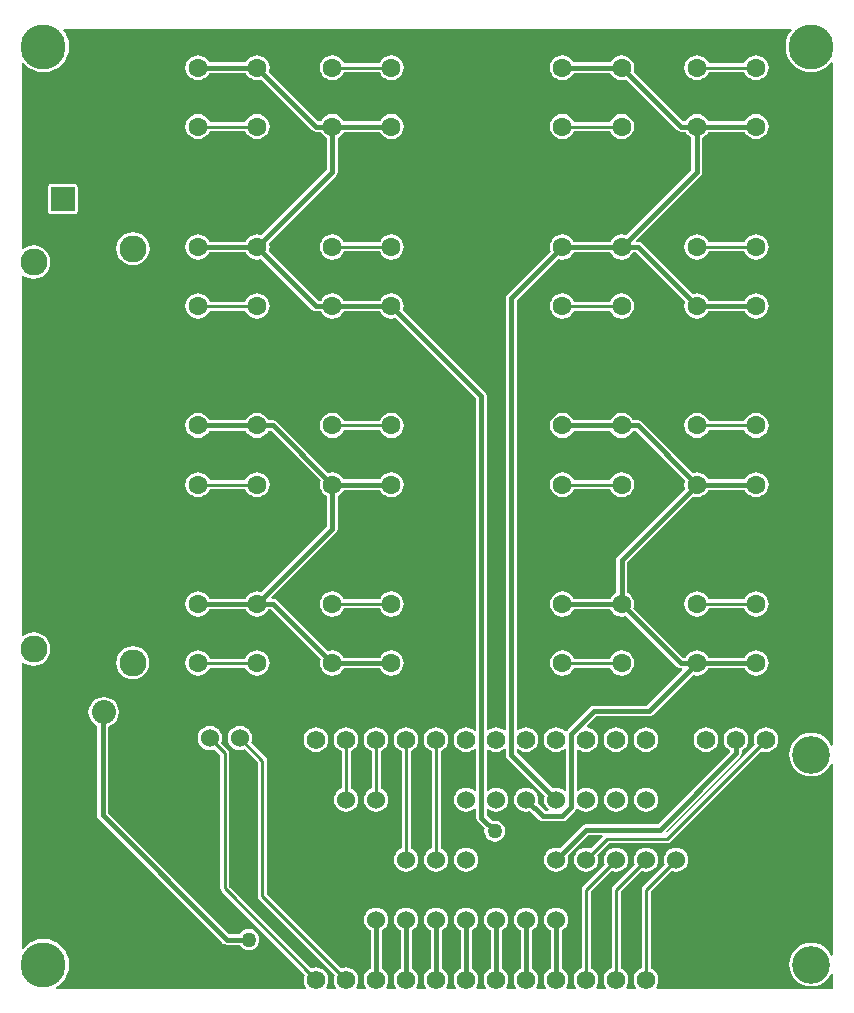
<source format=gbl>
G04 Layer_Physical_Order=2*
G04 Layer_Color=16711680*
%FSLAX23Y23*%
%MOIN*%
G70*
G01*
G75*
%ADD12C,0.010*%
%ADD13C,0.015*%
%ADD14C,0.062*%
%ADD15C,0.126*%
%ADD16C,0.060*%
%ADD17R,0.060X0.060*%
%ADD18C,0.063*%
%ADD19C,0.150*%
%ADD20C,0.090*%
%ADD21C,0.080*%
%ADD22R,0.080X0.080*%
%ADD23C,0.050*%
G36*
X4624Y6930D02*
X4618Y6922D01*
X4610Y6908D01*
X4605Y6892D01*
X4604Y6875D01*
X4605Y6858D01*
X4610Y6842D01*
X4618Y6828D01*
X4629Y6815D01*
X4642Y6804D01*
X4656Y6796D01*
X4672Y6791D01*
X4689Y6790D01*
X4706Y6791D01*
X4722Y6796D01*
X4736Y6804D01*
X4749Y6815D01*
X4756Y6822D01*
X4761Y6821D01*
Y4546D01*
X4756Y4545D01*
X4750Y4556D01*
X4741Y4567D01*
X4730Y4576D01*
X4717Y4583D01*
X4703Y4587D01*
X4689Y4588D01*
X4675Y4587D01*
X4661Y4583D01*
X4648Y4576D01*
X4637Y4567D01*
X4628Y4556D01*
X4621Y4543D01*
X4617Y4529D01*
X4616Y4515D01*
X4617Y4501D01*
X4621Y4487D01*
X4628Y4474D01*
X4637Y4463D01*
X4648Y4454D01*
X4661Y4447D01*
X4675Y4443D01*
X4689Y4442D01*
X4703Y4443D01*
X4717Y4447D01*
X4730Y4454D01*
X4741Y4463D01*
X4750Y4474D01*
X4756Y4485D01*
X4761Y4484D01*
Y3846D01*
X4756Y3845D01*
X4750Y3856D01*
X4741Y3867D01*
X4730Y3876D01*
X4717Y3883D01*
X4703Y3887D01*
X4689Y3888D01*
X4675Y3887D01*
X4661Y3883D01*
X4648Y3876D01*
X4637Y3867D01*
X4628Y3856D01*
X4621Y3843D01*
X4617Y3829D01*
X4616Y3815D01*
X4617Y3801D01*
X4621Y3787D01*
X4628Y3774D01*
X4637Y3763D01*
X4648Y3754D01*
X4661Y3747D01*
X4675Y3743D01*
X4689Y3742D01*
X4703Y3743D01*
X4717Y3747D01*
X4730Y3754D01*
X4741Y3763D01*
X4750Y3774D01*
X4756Y3785D01*
X4761Y3784D01*
Y3735D01*
X4174D01*
X4172Y3740D01*
X4175Y3744D01*
X4179Y3754D01*
X4180Y3765D01*
X4179Y3776D01*
X4175Y3786D01*
X4168Y3794D01*
X4160Y3801D01*
X4154Y3803D01*
Y4059D01*
X4224Y4128D01*
X4229Y4126D01*
X4239Y4125D01*
X4249Y4126D01*
X4259Y4130D01*
X4268Y4136D01*
X4274Y4145D01*
X4278Y4155D01*
X4279Y4165D01*
X4278Y4175D01*
X4274Y4185D01*
X4268Y4194D01*
X4259Y4200D01*
X4249Y4204D01*
X4239Y4205D01*
X4229Y4204D01*
X4219Y4200D01*
X4210Y4194D01*
X4204Y4185D01*
X4200Y4175D01*
X4199Y4165D01*
X4200Y4155D01*
X4202Y4150D01*
X4128Y4076D01*
X4125Y4071D01*
X4124Y4065D01*
Y3803D01*
X4118Y3801D01*
X4110Y3794D01*
X4103Y3786D01*
X4099Y3776D01*
X4098Y3765D01*
X4099Y3754D01*
X4103Y3744D01*
X4106Y3740D01*
X4104Y3735D01*
X4074D01*
X4072Y3740D01*
X4075Y3744D01*
X4079Y3754D01*
X4080Y3765D01*
X4079Y3776D01*
X4075Y3786D01*
X4068Y3794D01*
X4060Y3801D01*
X4054Y3803D01*
Y4059D01*
X4124Y4128D01*
X4129Y4126D01*
X4139Y4125D01*
X4149Y4126D01*
X4159Y4130D01*
X4168Y4136D01*
X4174Y4145D01*
X4178Y4155D01*
X4179Y4165D01*
X4178Y4175D01*
X4174Y4185D01*
X4168Y4194D01*
X4159Y4200D01*
X4149Y4204D01*
X4139Y4205D01*
X4129Y4204D01*
X4119Y4200D01*
X4110Y4194D01*
X4104Y4185D01*
X4100Y4175D01*
X4099Y4165D01*
X4100Y4155D01*
X4102Y4150D01*
X4028Y4076D01*
X4025Y4071D01*
X4024Y4065D01*
Y3803D01*
X4018Y3801D01*
X4010Y3794D01*
X4003Y3786D01*
X3999Y3776D01*
X3998Y3765D01*
X3999Y3754D01*
X4003Y3744D01*
X4006Y3740D01*
X4004Y3735D01*
X3974D01*
X3972Y3740D01*
X3975Y3744D01*
X3979Y3754D01*
X3980Y3765D01*
X3979Y3776D01*
X3975Y3786D01*
X3968Y3794D01*
X3960Y3801D01*
X3954Y3803D01*
Y4059D01*
X4024Y4128D01*
X4029Y4126D01*
X4039Y4125D01*
X4049Y4126D01*
X4059Y4130D01*
X4068Y4136D01*
X4074Y4145D01*
X4078Y4155D01*
X4079Y4165D01*
X4078Y4175D01*
X4074Y4185D01*
X4068Y4194D01*
X4059Y4200D01*
X4049Y4204D01*
X4039Y4205D01*
X4029Y4204D01*
X4019Y4200D01*
X4010Y4194D01*
X4004Y4185D01*
X4000Y4175D01*
X3999Y4165D01*
X4000Y4155D01*
X4002Y4150D01*
X3928Y4076D01*
X3925Y4071D01*
X3924Y4065D01*
Y3803D01*
X3918Y3801D01*
X3910Y3794D01*
X3903Y3786D01*
X3899Y3776D01*
X3898Y3765D01*
X3899Y3754D01*
X3903Y3744D01*
X3906Y3740D01*
X3904Y3735D01*
X3874D01*
X3872Y3740D01*
X3875Y3744D01*
X3879Y3754D01*
X3880Y3765D01*
X3879Y3776D01*
X3875Y3786D01*
X3868Y3794D01*
X3860Y3801D01*
X3857Y3802D01*
Y3929D01*
X3859Y3930D01*
X3868Y3936D01*
X3874Y3945D01*
X3878Y3955D01*
X3879Y3965D01*
X3878Y3975D01*
X3874Y3985D01*
X3868Y3994D01*
X3859Y4000D01*
X3849Y4004D01*
X3839Y4005D01*
X3829Y4004D01*
X3819Y4000D01*
X3810Y3994D01*
X3804Y3985D01*
X3800Y3975D01*
X3799Y3965D01*
X3800Y3955D01*
X3804Y3945D01*
X3810Y3936D01*
X3819Y3930D01*
X3821Y3929D01*
Y3802D01*
X3818Y3801D01*
X3810Y3794D01*
X3803Y3786D01*
X3799Y3776D01*
X3798Y3765D01*
X3799Y3754D01*
X3803Y3744D01*
X3806Y3740D01*
X3804Y3735D01*
X3774D01*
X3772Y3740D01*
X3775Y3744D01*
X3779Y3754D01*
X3780Y3765D01*
X3779Y3776D01*
X3775Y3786D01*
X3768Y3794D01*
X3760Y3801D01*
X3757Y3802D01*
Y3929D01*
X3759Y3930D01*
X3768Y3936D01*
X3774Y3945D01*
X3778Y3955D01*
X3779Y3965D01*
X3778Y3975D01*
X3774Y3985D01*
X3768Y3994D01*
X3759Y4000D01*
X3749Y4004D01*
X3739Y4005D01*
X3729Y4004D01*
X3719Y4000D01*
X3710Y3994D01*
X3704Y3985D01*
X3700Y3975D01*
X3699Y3965D01*
X3700Y3955D01*
X3704Y3945D01*
X3710Y3936D01*
X3719Y3930D01*
X3721Y3929D01*
Y3802D01*
X3718Y3801D01*
X3710Y3794D01*
X3703Y3786D01*
X3699Y3776D01*
X3698Y3765D01*
X3699Y3754D01*
X3703Y3744D01*
X3706Y3740D01*
X3704Y3735D01*
X3674D01*
X3672Y3740D01*
X3675Y3744D01*
X3679Y3754D01*
X3680Y3765D01*
X3679Y3776D01*
X3675Y3786D01*
X3668Y3794D01*
X3660Y3801D01*
X3657Y3802D01*
Y3929D01*
X3659Y3930D01*
X3668Y3936D01*
X3674Y3945D01*
X3678Y3955D01*
X3679Y3965D01*
X3678Y3975D01*
X3674Y3985D01*
X3668Y3994D01*
X3659Y4000D01*
X3649Y4004D01*
X3639Y4005D01*
X3629Y4004D01*
X3619Y4000D01*
X3610Y3994D01*
X3604Y3985D01*
X3600Y3975D01*
X3599Y3965D01*
X3600Y3955D01*
X3604Y3945D01*
X3610Y3936D01*
X3619Y3930D01*
X3621Y3929D01*
Y3802D01*
X3618Y3801D01*
X3610Y3794D01*
X3603Y3786D01*
X3599Y3776D01*
X3598Y3765D01*
X3599Y3754D01*
X3603Y3744D01*
X3606Y3740D01*
X3604Y3735D01*
X3574D01*
X3572Y3740D01*
X3575Y3744D01*
X3579Y3754D01*
X3580Y3765D01*
X3579Y3776D01*
X3575Y3786D01*
X3568Y3794D01*
X3560Y3801D01*
X3557Y3802D01*
Y3929D01*
X3559Y3930D01*
X3568Y3936D01*
X3574Y3945D01*
X3578Y3955D01*
X3579Y3965D01*
X3578Y3975D01*
X3574Y3985D01*
X3568Y3994D01*
X3559Y4000D01*
X3549Y4004D01*
X3539Y4005D01*
X3529Y4004D01*
X3519Y4000D01*
X3510Y3994D01*
X3504Y3985D01*
X3500Y3975D01*
X3499Y3965D01*
X3500Y3955D01*
X3504Y3945D01*
X3510Y3936D01*
X3519Y3930D01*
X3521Y3929D01*
Y3802D01*
X3518Y3801D01*
X3510Y3794D01*
X3503Y3786D01*
X3499Y3776D01*
X3498Y3765D01*
X3499Y3754D01*
X3503Y3744D01*
X3506Y3740D01*
X3504Y3735D01*
X3474D01*
X3472Y3740D01*
X3475Y3744D01*
X3479Y3754D01*
X3480Y3765D01*
X3479Y3776D01*
X3475Y3786D01*
X3468Y3794D01*
X3460Y3801D01*
X3457Y3802D01*
Y3929D01*
X3459Y3930D01*
X3468Y3936D01*
X3474Y3945D01*
X3478Y3955D01*
X3479Y3965D01*
X3478Y3975D01*
X3474Y3985D01*
X3468Y3994D01*
X3459Y4000D01*
X3449Y4004D01*
X3439Y4005D01*
X3429Y4004D01*
X3419Y4000D01*
X3410Y3994D01*
X3404Y3985D01*
X3400Y3975D01*
X3399Y3965D01*
X3400Y3955D01*
X3404Y3945D01*
X3410Y3936D01*
X3419Y3930D01*
X3421Y3929D01*
Y3802D01*
X3418Y3801D01*
X3410Y3794D01*
X3403Y3786D01*
X3399Y3776D01*
X3398Y3765D01*
X3399Y3754D01*
X3403Y3744D01*
X3406Y3740D01*
X3404Y3735D01*
X3374D01*
X3372Y3740D01*
X3375Y3744D01*
X3379Y3754D01*
X3380Y3765D01*
X3379Y3776D01*
X3375Y3786D01*
X3368Y3794D01*
X3360Y3801D01*
X3357Y3802D01*
Y3929D01*
X3359Y3930D01*
X3368Y3936D01*
X3374Y3945D01*
X3378Y3955D01*
X3379Y3965D01*
X3378Y3975D01*
X3374Y3985D01*
X3368Y3994D01*
X3359Y4000D01*
X3349Y4004D01*
X3339Y4005D01*
X3329Y4004D01*
X3319Y4000D01*
X3310Y3994D01*
X3304Y3985D01*
X3300Y3975D01*
X3299Y3965D01*
X3300Y3955D01*
X3304Y3945D01*
X3310Y3936D01*
X3319Y3930D01*
X3321Y3929D01*
Y3802D01*
X3318Y3801D01*
X3310Y3794D01*
X3303Y3786D01*
X3299Y3776D01*
X3298Y3765D01*
X3299Y3754D01*
X3303Y3744D01*
X3306Y3740D01*
X3304Y3735D01*
X3274D01*
X3272Y3740D01*
X3275Y3744D01*
X3279Y3754D01*
X3280Y3765D01*
X3279Y3776D01*
X3275Y3786D01*
X3268Y3794D01*
X3260Y3801D01*
X3257Y3802D01*
Y3929D01*
X3259Y3930D01*
X3268Y3936D01*
X3274Y3945D01*
X3278Y3955D01*
X3279Y3965D01*
X3278Y3975D01*
X3274Y3985D01*
X3268Y3994D01*
X3259Y4000D01*
X3249Y4004D01*
X3239Y4005D01*
X3229Y4004D01*
X3219Y4000D01*
X3210Y3994D01*
X3204Y3985D01*
X3200Y3975D01*
X3199Y3965D01*
X3200Y3955D01*
X3204Y3945D01*
X3210Y3936D01*
X3219Y3930D01*
X3221Y3929D01*
Y3802D01*
X3218Y3801D01*
X3210Y3794D01*
X3203Y3786D01*
X3199Y3776D01*
X3198Y3765D01*
X3199Y3754D01*
X3203Y3744D01*
X3206Y3740D01*
X3204Y3735D01*
X3174D01*
X3172Y3740D01*
X3175Y3744D01*
X3179Y3754D01*
X3180Y3765D01*
X3179Y3776D01*
X3175Y3786D01*
X3168Y3794D01*
X3160Y3801D01*
X3150Y3805D01*
X3139Y3806D01*
X3128Y3805D01*
X3123Y3803D01*
X2875Y4050D01*
Y4495D01*
X2874Y4501D01*
X2871Y4506D01*
X2822Y4555D01*
X2824Y4560D01*
X2825Y4570D01*
X2824Y4580D01*
X2820Y4590D01*
X2814Y4599D01*
X2805Y4605D01*
X2795Y4609D01*
X2785Y4610D01*
X2775Y4609D01*
X2765Y4605D01*
X2756Y4599D01*
X2750Y4590D01*
X2746Y4580D01*
X2745Y4570D01*
X2746Y4560D01*
X2750Y4550D01*
X2756Y4541D01*
X2765Y4535D01*
X2775Y4531D01*
X2785Y4530D01*
X2795Y4531D01*
X2800Y4533D01*
X2845Y4489D01*
Y4044D01*
X2846Y4038D01*
X2849Y4033D01*
X3101Y3781D01*
X3099Y3776D01*
X3098Y3765D01*
X3099Y3754D01*
X3103Y3744D01*
X3106Y3740D01*
X3104Y3735D01*
X3074D01*
X3072Y3740D01*
X3075Y3744D01*
X3079Y3754D01*
X3080Y3765D01*
X3079Y3776D01*
X3075Y3786D01*
X3068Y3794D01*
X3060Y3801D01*
X3050Y3805D01*
X3039Y3806D01*
X3028Y3805D01*
X3023Y3803D01*
X2750Y4075D01*
Y4520D01*
X2749Y4526D01*
X2746Y4531D01*
X2722Y4555D01*
X2724Y4560D01*
X2725Y4570D01*
X2724Y4580D01*
X2720Y4590D01*
X2714Y4599D01*
X2705Y4605D01*
X2695Y4609D01*
X2685Y4610D01*
X2675Y4609D01*
X2665Y4605D01*
X2656Y4599D01*
X2650Y4590D01*
X2646Y4580D01*
X2645Y4570D01*
X2646Y4560D01*
X2650Y4550D01*
X2656Y4541D01*
X2665Y4535D01*
X2675Y4531D01*
X2685Y4530D01*
X2695Y4531D01*
X2700Y4533D01*
X2720Y4514D01*
Y4069D01*
X2721Y4063D01*
X2724Y4058D01*
X3001Y3781D01*
X2999Y3776D01*
X2998Y3765D01*
X2999Y3754D01*
X3003Y3744D01*
X3006Y3740D01*
X3004Y3735D01*
X2172D01*
X2171Y3740D01*
X2177Y3744D01*
X2190Y3755D01*
X2201Y3768D01*
X2209Y3782D01*
X2214Y3798D01*
X2215Y3815D01*
X2214Y3832D01*
X2209Y3848D01*
X2201Y3862D01*
X2190Y3875D01*
X2177Y3886D01*
X2163Y3894D01*
X2147Y3899D01*
X2130Y3900D01*
X2113Y3899D01*
X2097Y3894D01*
X2083Y3886D01*
X2070Y3875D01*
X2063Y3868D01*
X2058Y3869D01*
Y4821D01*
X2063Y4823D01*
X2070Y4818D01*
X2083Y4813D01*
X2098Y4811D01*
X2112Y4813D01*
X2125Y4818D01*
X2137Y4827D01*
X2146Y4839D01*
X2151Y4852D01*
X2153Y4866D01*
X2151Y4881D01*
X2146Y4894D01*
X2137Y4906D01*
X2125Y4915D01*
X2112Y4920D01*
X2098Y4922D01*
X2083Y4920D01*
X2070Y4915D01*
X2063Y4910D01*
X2058Y4912D01*
Y6111D01*
X2063Y6113D01*
X2070Y6108D01*
X2083Y6103D01*
X2098Y6101D01*
X2112Y6103D01*
X2125Y6108D01*
X2137Y6117D01*
X2146Y6128D01*
X2151Y6142D01*
X2153Y6156D01*
X2151Y6171D01*
X2146Y6184D01*
X2137Y6195D01*
X2125Y6204D01*
X2112Y6210D01*
X2098Y6212D01*
X2083Y6210D01*
X2070Y6204D01*
X2063Y6199D01*
X2058Y6202D01*
Y6821D01*
X2063Y6822D01*
X2070Y6815D01*
X2083Y6804D01*
X2097Y6796D01*
X2113Y6791D01*
X2130Y6790D01*
X2147Y6791D01*
X2163Y6796D01*
X2177Y6804D01*
X2190Y6815D01*
X2201Y6828D01*
X2209Y6842D01*
X2214Y6858D01*
X2215Y6875D01*
X2214Y6892D01*
X2209Y6908D01*
X2201Y6922D01*
X2195Y6930D01*
X2197Y6935D01*
X4622D01*
X4624Y6930D01*
D02*
G37*
%LPC*%
G36*
X4339Y4606D02*
X4328Y4605D01*
X4318Y4601D01*
X4310Y4594D01*
X4303Y4586D01*
X4299Y4576D01*
X4298Y4565D01*
X4299Y4554D01*
X4303Y4544D01*
X4310Y4536D01*
X4318Y4529D01*
X4328Y4525D01*
X4339Y4524D01*
X4350Y4525D01*
X4360Y4529D01*
X4368Y4536D01*
X4375Y4544D01*
X4379Y4554D01*
X4380Y4565D01*
X4379Y4576D01*
X4375Y4586D01*
X4368Y4594D01*
X4360Y4601D01*
X4350Y4605D01*
X4339Y4606D01*
D02*
G37*
G36*
X4139D02*
X4128Y4605D01*
X4118Y4601D01*
X4110Y4594D01*
X4103Y4586D01*
X4099Y4576D01*
X4098Y4565D01*
X4099Y4554D01*
X4103Y4544D01*
X4110Y4536D01*
X4118Y4529D01*
X4128Y4525D01*
X4139Y4524D01*
X4150Y4525D01*
X4160Y4529D01*
X4168Y4536D01*
X4175Y4544D01*
X4179Y4554D01*
X4180Y4565D01*
X4179Y4576D01*
X4175Y4586D01*
X4168Y4594D01*
X4160Y4601D01*
X4150Y4605D01*
X4139Y4606D01*
D02*
G37*
G36*
X3039D02*
X3028Y4605D01*
X3018Y4601D01*
X3010Y4594D01*
X3003Y4586D01*
X2999Y4576D01*
X2998Y4565D01*
X2999Y4554D01*
X3003Y4544D01*
X3010Y4536D01*
X3018Y4529D01*
X3028Y4525D01*
X3039Y4524D01*
X3050Y4525D01*
X3060Y4529D01*
X3068Y4536D01*
X3075Y4544D01*
X3079Y4554D01*
X3080Y4565D01*
X3079Y4576D01*
X3075Y4586D01*
X3068Y4594D01*
X3060Y4601D01*
X3050Y4605D01*
X3039Y4606D01*
D02*
G37*
G36*
X4039D02*
X4028Y4605D01*
X4018Y4601D01*
X4010Y4594D01*
X4003Y4586D01*
X3999Y4576D01*
X3998Y4565D01*
X3999Y4554D01*
X4003Y4544D01*
X4010Y4536D01*
X4018Y4529D01*
X4028Y4525D01*
X4039Y4524D01*
X4050Y4525D01*
X4060Y4529D01*
X4068Y4536D01*
X4075Y4544D01*
X4079Y4554D01*
X4080Y4565D01*
X4079Y4576D01*
X4075Y4586D01*
X4068Y4594D01*
X4060Y4601D01*
X4050Y4605D01*
X4039Y4606D01*
D02*
G37*
G36*
X4057Y4862D02*
X4046Y4860D01*
X4036Y4856D01*
X4027Y4850D01*
X4021Y4841D01*
X4018Y4835D01*
X3899D01*
X3896Y4841D01*
X3890Y4850D01*
X3881Y4856D01*
X3871Y4860D01*
X3860Y4862D01*
X3849Y4860D01*
X3839Y4856D01*
X3831Y4850D01*
X3824Y4841D01*
X3820Y4831D01*
X3818Y4820D01*
X3820Y4809D01*
X3824Y4799D01*
X3831Y4790D01*
X3839Y4784D01*
X3849Y4780D01*
X3860Y4778D01*
X3871Y4780D01*
X3881Y4784D01*
X3890Y4790D01*
X3896Y4799D01*
X3899Y4805D01*
X4018D01*
X4021Y4799D01*
X4027Y4790D01*
X4036Y4784D01*
X4046Y4780D01*
X4057Y4778D01*
X4068Y4780D01*
X4078Y4784D01*
X4087Y4790D01*
X4093Y4799D01*
X4097Y4809D01*
X4099Y4820D01*
X4097Y4831D01*
X4093Y4841D01*
X4087Y4850D01*
X4078Y4856D01*
X4068Y4860D01*
X4057Y4862D01*
D02*
G37*
G36*
X3290Y5059D02*
X3279Y5057D01*
X3269Y5053D01*
X3260Y5046D01*
X3254Y5038D01*
X3251Y5032D01*
X3132D01*
X3129Y5038D01*
X3123Y5046D01*
X3114Y5053D01*
X3104Y5057D01*
X3093Y5059D01*
X3082Y5057D01*
X3072Y5053D01*
X3063Y5046D01*
X3057Y5038D01*
X3053Y5028D01*
X3051Y5017D01*
X3053Y5006D01*
X3057Y4996D01*
X3063Y4987D01*
X3072Y4981D01*
X3082Y4976D01*
X3093Y4975D01*
X3104Y4976D01*
X3114Y4981D01*
X3123Y4987D01*
X3129Y4996D01*
X3132Y5002D01*
X3251D01*
X3254Y4996D01*
X3260Y4987D01*
X3269Y4981D01*
X3279Y4976D01*
X3290Y4975D01*
X3301Y4976D01*
X3311Y4981D01*
X3319Y4987D01*
X3326Y4996D01*
X3330Y5006D01*
X3332Y5017D01*
X3330Y5028D01*
X3326Y5038D01*
X3319Y5046D01*
X3311Y5053D01*
X3301Y5057D01*
X3290Y5059D01*
D02*
G37*
G36*
X2428Y4876D02*
X2414Y4875D01*
X2400Y4869D01*
X2389Y4860D01*
X2380Y4849D01*
X2374Y4835D01*
X2373Y4821D01*
X2374Y4807D01*
X2380Y4793D01*
X2389Y4782D01*
X2400Y4773D01*
X2414Y4767D01*
X2428Y4766D01*
X2442Y4767D01*
X2456Y4773D01*
X2467Y4782D01*
X2476Y4793D01*
X2482Y4807D01*
X2483Y4821D01*
X2482Y4835D01*
X2476Y4849D01*
X2467Y4860D01*
X2456Y4869D01*
X2442Y4875D01*
X2428Y4876D01*
D02*
G37*
G36*
X2842Y4862D02*
X2831Y4860D01*
X2821Y4856D01*
X2812Y4850D01*
X2806Y4841D01*
X2803Y4835D01*
X2684D01*
X2681Y4841D01*
X2675Y4850D01*
X2666Y4856D01*
X2656Y4860D01*
X2645Y4862D01*
X2634Y4860D01*
X2624Y4856D01*
X2616Y4850D01*
X2609Y4841D01*
X2605Y4831D01*
X2603Y4820D01*
X2605Y4809D01*
X2609Y4799D01*
X2616Y4790D01*
X2624Y4784D01*
X2634Y4780D01*
X2645Y4778D01*
X2656Y4780D01*
X2666Y4784D01*
X2675Y4790D01*
X2681Y4799D01*
X2684Y4805D01*
X2803D01*
X2806Y4799D01*
X2812Y4790D01*
X2821Y4784D01*
X2831Y4780D01*
X2842Y4778D01*
X2853Y4780D01*
X2863Y4784D01*
X2872Y4790D01*
X2878Y4799D01*
X2882Y4809D01*
X2884Y4820D01*
X2882Y4831D01*
X2878Y4841D01*
X2872Y4850D01*
X2863Y4856D01*
X2853Y4860D01*
X2842Y4862D01*
D02*
G37*
G36*
X4139Y4405D02*
X4129Y4404D01*
X4119Y4400D01*
X4110Y4394D01*
X4104Y4385D01*
X4100Y4375D01*
X4099Y4365D01*
X4100Y4355D01*
X4104Y4345D01*
X4110Y4336D01*
X4119Y4330D01*
X4129Y4326D01*
X4139Y4325D01*
X4149Y4326D01*
X4159Y4330D01*
X4168Y4336D01*
X4174Y4345D01*
X4178Y4355D01*
X4179Y4365D01*
X4178Y4375D01*
X4174Y4385D01*
X4168Y4394D01*
X4159Y4400D01*
X4149Y4404D01*
X4139Y4405D01*
D02*
G37*
G36*
X3439Y4606D02*
X3428Y4605D01*
X3418Y4601D01*
X3410Y4594D01*
X3403Y4586D01*
X3399Y4576D01*
X3398Y4565D01*
X3399Y4554D01*
X3403Y4544D01*
X3410Y4536D01*
X3418Y4529D01*
X3424Y4527D01*
Y4202D01*
X3419Y4200D01*
X3410Y4194D01*
X3404Y4185D01*
X3400Y4175D01*
X3399Y4165D01*
X3400Y4155D01*
X3404Y4145D01*
X3410Y4136D01*
X3419Y4130D01*
X3429Y4126D01*
X3439Y4125D01*
X3449Y4126D01*
X3459Y4130D01*
X3468Y4136D01*
X3474Y4145D01*
X3478Y4155D01*
X3479Y4165D01*
X3478Y4175D01*
X3474Y4185D01*
X3468Y4194D01*
X3459Y4200D01*
X3454Y4202D01*
Y4527D01*
X3460Y4529D01*
X3468Y4536D01*
X3475Y4544D01*
X3479Y4554D01*
X3480Y4565D01*
X3479Y4576D01*
X3475Y4586D01*
X3468Y4594D01*
X3460Y4601D01*
X3450Y4605D01*
X3439Y4606D01*
D02*
G37*
G36*
X3539Y4205D02*
X3529Y4204D01*
X3519Y4200D01*
X3510Y4194D01*
X3504Y4185D01*
X3500Y4175D01*
X3499Y4165D01*
X3500Y4155D01*
X3504Y4145D01*
X3510Y4136D01*
X3519Y4130D01*
X3529Y4126D01*
X3539Y4125D01*
X3549Y4126D01*
X3559Y4130D01*
X3568Y4136D01*
X3574Y4145D01*
X3578Y4155D01*
X3579Y4165D01*
X3578Y4175D01*
X3574Y4185D01*
X3568Y4194D01*
X3559Y4200D01*
X3549Y4204D01*
X3539Y4205D01*
D02*
G37*
G36*
X2331Y4706D02*
X2318Y4705D01*
X2306Y4700D01*
X2295Y4692D01*
X2287Y4681D01*
X2282Y4669D01*
X2280Y4656D01*
X2282Y4643D01*
X2287Y4631D01*
X2295Y4620D01*
X2306Y4612D01*
X2309Y4611D01*
Y4313D01*
X2310Y4306D01*
X2314Y4301D01*
X2729Y3885D01*
X2729Y3885D01*
X2735Y3882D01*
X2742Y3880D01*
X2785D01*
X2790Y3873D01*
X2797Y3867D01*
X2806Y3864D01*
X2815Y3863D01*
X2824Y3864D01*
X2833Y3867D01*
X2840Y3873D01*
X2846Y3880D01*
X2849Y3889D01*
X2850Y3898D01*
X2849Y3907D01*
X2846Y3916D01*
X2840Y3923D01*
X2833Y3929D01*
X2824Y3932D01*
X2815Y3933D01*
X2806Y3932D01*
X2797Y3929D01*
X2790Y3923D01*
X2785Y3916D01*
X2749D01*
X2345Y4321D01*
Y4608D01*
X2356Y4612D01*
X2367Y4620D01*
X2375Y4631D01*
X2380Y4643D01*
X2381Y4656D01*
X2380Y4669D01*
X2375Y4681D01*
X2367Y4692D01*
X2356Y4700D01*
X2344Y4705D01*
X2331Y4706D01*
D02*
G37*
G36*
X3339Y4606D02*
X3328Y4605D01*
X3318Y4601D01*
X3310Y4594D01*
X3303Y4586D01*
X3299Y4576D01*
X3298Y4565D01*
X3299Y4554D01*
X3303Y4544D01*
X3310Y4536D01*
X3318Y4529D01*
X3324Y4527D01*
Y4202D01*
X3319Y4200D01*
X3310Y4194D01*
X3304Y4185D01*
X3300Y4175D01*
X3299Y4165D01*
X3300Y4155D01*
X3304Y4145D01*
X3310Y4136D01*
X3319Y4130D01*
X3329Y4126D01*
X3339Y4125D01*
X3349Y4126D01*
X3359Y4130D01*
X3368Y4136D01*
X3374Y4145D01*
X3378Y4155D01*
X3379Y4165D01*
X3378Y4175D01*
X3374Y4185D01*
X3368Y4194D01*
X3359Y4200D01*
X3354Y4202D01*
Y4527D01*
X3360Y4529D01*
X3368Y4536D01*
X3375Y4544D01*
X3379Y4554D01*
X3380Y4565D01*
X3379Y4576D01*
X3375Y4586D01*
X3368Y4594D01*
X3360Y4601D01*
X3350Y4605D01*
X3339Y4606D01*
D02*
G37*
G36*
X3239D02*
X3228Y4605D01*
X3218Y4601D01*
X3210Y4594D01*
X3203Y4586D01*
X3199Y4576D01*
X3198Y4565D01*
X3199Y4554D01*
X3203Y4544D01*
X3210Y4536D01*
X3218Y4529D01*
X3224Y4527D01*
Y4402D01*
X3219Y4400D01*
X3210Y4394D01*
X3204Y4385D01*
X3200Y4375D01*
X3199Y4365D01*
X3200Y4355D01*
X3204Y4345D01*
X3210Y4336D01*
X3219Y4330D01*
X3229Y4326D01*
X3239Y4325D01*
X3249Y4326D01*
X3259Y4330D01*
X3268Y4336D01*
X3274Y4345D01*
X3278Y4355D01*
X3279Y4365D01*
X3278Y4375D01*
X3274Y4385D01*
X3268Y4394D01*
X3259Y4400D01*
X3254Y4402D01*
Y4527D01*
X3260Y4529D01*
X3268Y4536D01*
X3275Y4544D01*
X3279Y4554D01*
X3280Y4565D01*
X3279Y4576D01*
X3275Y4586D01*
X3268Y4594D01*
X3260Y4601D01*
X3250Y4605D01*
X3239Y4606D01*
D02*
G37*
G36*
X4039Y4405D02*
X4029Y4404D01*
X4019Y4400D01*
X4010Y4394D01*
X4004Y4385D01*
X4000Y4375D01*
X3999Y4365D01*
X4000Y4355D01*
X4004Y4345D01*
X4010Y4336D01*
X4019Y4330D01*
X4029Y4326D01*
X4039Y4325D01*
X4049Y4326D01*
X4059Y4330D01*
X4068Y4336D01*
X4074Y4345D01*
X4078Y4355D01*
X4079Y4365D01*
X4078Y4375D01*
X4074Y4385D01*
X4068Y4394D01*
X4059Y4400D01*
X4049Y4404D01*
X4039Y4405D01*
D02*
G37*
G36*
X4539Y4606D02*
X4528Y4605D01*
X4518Y4601D01*
X4510Y4594D01*
X4503Y4586D01*
X4499Y4576D01*
X4498Y4565D01*
X4499Y4554D01*
X4501Y4549D01*
X4206Y4254D01*
X4206Y4254D01*
X4205Y4260D01*
X4452Y4506D01*
X4452Y4506D01*
X4455Y4512D01*
X4457Y4519D01*
Y4528D01*
X4460Y4529D01*
X4468Y4536D01*
X4475Y4544D01*
X4479Y4554D01*
X4480Y4565D01*
X4479Y4576D01*
X4475Y4586D01*
X4468Y4594D01*
X4460Y4601D01*
X4450Y4605D01*
X4439Y4606D01*
X4428Y4605D01*
X4418Y4601D01*
X4410Y4594D01*
X4403Y4586D01*
X4399Y4576D01*
X4398Y4565D01*
X4399Y4554D01*
X4403Y4544D01*
X4410Y4536D01*
X4418Y4530D01*
X4418Y4527D01*
X4418Y4524D01*
X4178Y4283D01*
X3939D01*
X3939Y4283D01*
X3932Y4281D01*
X3926Y4278D01*
X3926Y4278D01*
X3852Y4203D01*
X3849Y4204D01*
X3839Y4205D01*
X3829Y4204D01*
X3819Y4200D01*
X3810Y4194D01*
X3804Y4185D01*
X3800Y4175D01*
X3799Y4165D01*
X3800Y4155D01*
X3804Y4145D01*
X3810Y4136D01*
X3819Y4130D01*
X3829Y4126D01*
X3839Y4125D01*
X3849Y4126D01*
X3859Y4130D01*
X3868Y4136D01*
X3874Y4145D01*
X3878Y4155D01*
X3879Y4165D01*
X3878Y4175D01*
X3877Y4178D01*
X3946Y4247D01*
X3992D01*
X3995Y4242D01*
X3954Y4202D01*
X3949Y4204D01*
X3939Y4205D01*
X3929Y4204D01*
X3919Y4200D01*
X3910Y4194D01*
X3904Y4185D01*
X3900Y4175D01*
X3899Y4165D01*
X3900Y4155D01*
X3904Y4145D01*
X3910Y4136D01*
X3919Y4130D01*
X3929Y4126D01*
X3939Y4125D01*
X3949Y4126D01*
X3959Y4130D01*
X3968Y4136D01*
X3974Y4145D01*
X3978Y4155D01*
X3979Y4165D01*
X3978Y4175D01*
X3976Y4180D01*
X4015Y4220D01*
X4209D01*
X4215Y4221D01*
X4220Y4224D01*
X4523Y4527D01*
X4528Y4525D01*
X4539Y4524D01*
X4550Y4525D01*
X4560Y4529D01*
X4568Y4536D01*
X4575Y4544D01*
X4579Y4554D01*
X4580Y4565D01*
X4579Y4576D01*
X4575Y4586D01*
X4568Y4594D01*
X4560Y4601D01*
X4550Y4605D01*
X4539Y4606D01*
D02*
G37*
G36*
X3139D02*
X3128Y4605D01*
X3118Y4601D01*
X3110Y4594D01*
X3103Y4586D01*
X3099Y4576D01*
X3098Y4565D01*
X3099Y4554D01*
X3103Y4544D01*
X3110Y4536D01*
X3118Y4529D01*
X3124Y4527D01*
Y4402D01*
X3119Y4400D01*
X3110Y4394D01*
X3104Y4385D01*
X3100Y4375D01*
X3099Y4365D01*
X3100Y4355D01*
X3104Y4345D01*
X3110Y4336D01*
X3119Y4330D01*
X3129Y4326D01*
X3139Y4325D01*
X3149Y4326D01*
X3159Y4330D01*
X3168Y4336D01*
X3174Y4345D01*
X3178Y4355D01*
X3179Y4365D01*
X3178Y4375D01*
X3174Y4385D01*
X3168Y4394D01*
X3159Y4400D01*
X3154Y4402D01*
Y4527D01*
X3160Y4529D01*
X3168Y4536D01*
X3175Y4544D01*
X3179Y4554D01*
X3180Y4565D01*
X3179Y4576D01*
X3175Y4586D01*
X3168Y4594D01*
X3160Y4601D01*
X3150Y4605D01*
X3139Y4606D01*
D02*
G37*
G36*
X2218Y6418D02*
X2213Y6417D01*
X2154D01*
X2150Y6416D01*
X2147Y6414D01*
X2144Y6410D01*
X2144Y6407D01*
Y6327D01*
X2144Y6323D01*
X2147Y6319D01*
X2150Y6317D01*
X2154Y6316D01*
X2234D01*
X2238Y6317D01*
X2241Y6319D01*
X2243Y6323D01*
X2244Y6327D01*
Y6407D01*
X2243Y6410D01*
X2241Y6414D01*
X2238Y6416D01*
X2234Y6417D01*
X2224D01*
X2218Y6418D01*
D02*
G37*
G36*
X2842Y6650D02*
X2831Y6649D01*
X2821Y6644D01*
X2812Y6638D01*
X2806Y6629D01*
X2803Y6623D01*
X2684D01*
X2681Y6629D01*
X2675Y6638D01*
X2666Y6644D01*
X2656Y6649D01*
X2645Y6650D01*
X2634Y6649D01*
X2624Y6644D01*
X2615Y6638D01*
X2609Y6629D01*
X2605Y6619D01*
X2603Y6608D01*
X2605Y6597D01*
X2609Y6587D01*
X2615Y6579D01*
X2624Y6572D01*
X2634Y6568D01*
X2645Y6566D01*
X2656Y6568D01*
X2666Y6572D01*
X2675Y6579D01*
X2681Y6587D01*
X2684Y6593D01*
X2803D01*
X2806Y6587D01*
X2812Y6579D01*
X2821Y6572D01*
X2831Y6568D01*
X2842Y6566D01*
X2853Y6568D01*
X2863Y6572D01*
X2871Y6579D01*
X2878Y6587D01*
X2882Y6597D01*
X2884Y6608D01*
X2882Y6619D01*
X2878Y6629D01*
X2871Y6638D01*
X2863Y6644D01*
X2853Y6649D01*
X2842Y6650D01*
D02*
G37*
G36*
X3290Y6249D02*
X3279Y6247D01*
X3269Y6243D01*
X3260Y6236D01*
X3254Y6228D01*
X3251Y6222D01*
X3132D01*
X3129Y6228D01*
X3123Y6236D01*
X3114Y6243D01*
X3104Y6247D01*
X3093Y6249D01*
X3082Y6247D01*
X3072Y6243D01*
X3063Y6236D01*
X3057Y6228D01*
X3053Y6218D01*
X3051Y6207D01*
X3053Y6196D01*
X3057Y6186D01*
X3063Y6177D01*
X3072Y6171D01*
X3082Y6166D01*
X3093Y6165D01*
X3104Y6166D01*
X3114Y6171D01*
X3123Y6177D01*
X3129Y6186D01*
X3132Y6192D01*
X3251D01*
X3254Y6186D01*
X3260Y6177D01*
X3269Y6171D01*
X3279Y6166D01*
X3290Y6165D01*
X3301Y6166D01*
X3311Y6171D01*
X3319Y6177D01*
X3326Y6186D01*
X3330Y6196D01*
X3332Y6207D01*
X3330Y6218D01*
X3326Y6228D01*
X3319Y6236D01*
X3311Y6243D01*
X3301Y6247D01*
X3290Y6249D01*
D02*
G37*
G36*
X4505D02*
X4494Y6247D01*
X4484Y6243D01*
X4475Y6236D01*
X4469Y6228D01*
X4466Y6222D01*
X4347D01*
X4344Y6228D01*
X4338Y6236D01*
X4329Y6243D01*
X4319Y6247D01*
X4308Y6249D01*
X4297Y6247D01*
X4287Y6243D01*
X4279Y6236D01*
X4272Y6228D01*
X4268Y6218D01*
X4266Y6207D01*
X4268Y6196D01*
X4272Y6186D01*
X4279Y6177D01*
X4287Y6171D01*
X4297Y6166D01*
X4308Y6165D01*
X4319Y6166D01*
X4329Y6171D01*
X4338Y6177D01*
X4344Y6186D01*
X4347Y6192D01*
X4466D01*
X4469Y6186D01*
X4475Y6177D01*
X4484Y6171D01*
X4494Y6166D01*
X4505Y6165D01*
X4516Y6166D01*
X4526Y6171D01*
X4535Y6177D01*
X4541Y6186D01*
X4545Y6196D01*
X4547Y6207D01*
X4545Y6218D01*
X4541Y6228D01*
X4535Y6236D01*
X4526Y6243D01*
X4516Y6247D01*
X4505Y6249D01*
D02*
G37*
G36*
X4505Y6847D02*
X4494Y6845D01*
X4484Y6841D01*
X4475Y6835D01*
X4469Y6826D01*
X4466Y6820D01*
X4347D01*
X4344Y6826D01*
X4338Y6835D01*
X4329Y6841D01*
X4319Y6845D01*
X4308Y6847D01*
X4297Y6845D01*
X4287Y6841D01*
X4278Y6835D01*
X4272Y6826D01*
X4268Y6816D01*
X4266Y6805D01*
X4268Y6794D01*
X4272Y6784D01*
X4278Y6775D01*
X4287Y6769D01*
X4297Y6765D01*
X4308Y6763D01*
X4319Y6765D01*
X4329Y6769D01*
X4338Y6775D01*
X4344Y6784D01*
X4347Y6790D01*
X4466D01*
X4469Y6784D01*
X4475Y6775D01*
X4484Y6769D01*
X4494Y6765D01*
X4505Y6763D01*
X4516Y6765D01*
X4526Y6769D01*
X4534Y6775D01*
X4541Y6784D01*
X4545Y6794D01*
X4547Y6805D01*
X4545Y6816D01*
X4541Y6826D01*
X4534Y6835D01*
X4526Y6841D01*
X4516Y6845D01*
X4505Y6847D01*
D02*
G37*
G36*
X4057D02*
X4046Y6845D01*
X4036Y6841D01*
X4027Y6835D01*
X4021Y6826D01*
X4019Y6823D01*
X3898D01*
X3896Y6826D01*
X3890Y6835D01*
X3881Y6841D01*
X3871Y6845D01*
X3860Y6847D01*
X3849Y6845D01*
X3839Y6841D01*
X3830Y6835D01*
X3824Y6826D01*
X3820Y6816D01*
X3818Y6805D01*
X3820Y6794D01*
X3824Y6784D01*
X3830Y6775D01*
X3839Y6769D01*
X3849Y6765D01*
X3860Y6763D01*
X3871Y6765D01*
X3881Y6769D01*
X3890Y6775D01*
X3896Y6784D01*
X3898Y6787D01*
X4019D01*
X4021Y6784D01*
X4027Y6775D01*
X4036Y6769D01*
X4046Y6765D01*
X4057Y6763D01*
X4068Y6765D01*
X4071Y6766D01*
X4241Y6596D01*
X4247Y6592D01*
X4254Y6590D01*
X4271D01*
X4272Y6587D01*
X4278Y6579D01*
X4287Y6572D01*
X4290Y6571D01*
Y6465D01*
X4071Y6246D01*
X4068Y6247D01*
X4057Y6249D01*
X4046Y6247D01*
X4036Y6243D01*
X4027Y6236D01*
X4021Y6228D01*
X4019Y6225D01*
X3898D01*
X3896Y6228D01*
X3890Y6236D01*
X3881Y6243D01*
X3871Y6247D01*
X3860Y6249D01*
X3849Y6247D01*
X3839Y6243D01*
X3830Y6236D01*
X3824Y6228D01*
X3820Y6218D01*
X3818Y6207D01*
X3820Y6196D01*
X3821Y6193D01*
X3676Y6048D01*
X3673Y6043D01*
X3671Y6036D01*
Y4598D01*
X3666Y4596D01*
X3660Y4601D01*
X3650Y4605D01*
X3639Y4606D01*
X3628Y4605D01*
X3618Y4601D01*
X3613Y4597D01*
X3608Y4599D01*
Y5710D01*
X3608Y5710D01*
X3606Y5717D01*
X3603Y5722D01*
X3329Y5996D01*
X3330Y5999D01*
X3332Y6010D01*
X3330Y6021D01*
X3326Y6031D01*
X3319Y6040D01*
X3311Y6046D01*
X3301Y6050D01*
X3290Y6052D01*
X3279Y6050D01*
X3269Y6046D01*
X3260Y6040D01*
X3254Y6031D01*
X3252Y6028D01*
X3131D01*
X3129Y6031D01*
X3123Y6040D01*
X3114Y6046D01*
X3104Y6050D01*
X3093Y6052D01*
X3082Y6050D01*
X3072Y6046D01*
X3063Y6040D01*
X3057Y6031D01*
X3056Y6028D01*
X3046D01*
X2881Y6193D01*
X2882Y6196D01*
X2884Y6207D01*
X2882Y6218D01*
X2881Y6221D01*
X3106Y6445D01*
X3110Y6451D01*
X3111Y6458D01*
Y6571D01*
X3114Y6572D01*
X3123Y6579D01*
X3129Y6587D01*
X3131Y6590D01*
X3252D01*
X3254Y6587D01*
X3260Y6579D01*
X3269Y6572D01*
X3279Y6568D01*
X3290Y6566D01*
X3301Y6568D01*
X3311Y6572D01*
X3319Y6579D01*
X3326Y6587D01*
X3330Y6597D01*
X3332Y6608D01*
X3330Y6619D01*
X3326Y6629D01*
X3319Y6638D01*
X3311Y6644D01*
X3301Y6649D01*
X3290Y6650D01*
X3279Y6649D01*
X3269Y6644D01*
X3260Y6638D01*
X3254Y6629D01*
X3252Y6626D01*
X3131D01*
X3129Y6629D01*
X3123Y6638D01*
X3114Y6644D01*
X3104Y6649D01*
X3093Y6650D01*
X3082Y6649D01*
X3072Y6644D01*
X3063Y6638D01*
X3057Y6629D01*
X3056Y6626D01*
X3046D01*
X2881Y6791D01*
X2882Y6794D01*
X2884Y6805D01*
X2882Y6816D01*
X2878Y6826D01*
X2871Y6835D01*
X2863Y6841D01*
X2853Y6845D01*
X2842Y6847D01*
X2831Y6845D01*
X2821Y6841D01*
X2812Y6835D01*
X2806Y6826D01*
X2804Y6823D01*
X2683D01*
X2681Y6826D01*
X2675Y6835D01*
X2666Y6841D01*
X2656Y6845D01*
X2645Y6847D01*
X2634Y6845D01*
X2624Y6841D01*
X2615Y6835D01*
X2609Y6826D01*
X2605Y6816D01*
X2603Y6805D01*
X2605Y6794D01*
X2609Y6784D01*
X2615Y6775D01*
X2624Y6769D01*
X2634Y6765D01*
X2645Y6763D01*
X2656Y6765D01*
X2666Y6769D01*
X2675Y6775D01*
X2681Y6784D01*
X2683Y6787D01*
X2804D01*
X2806Y6784D01*
X2812Y6775D01*
X2821Y6769D01*
X2831Y6765D01*
X2842Y6763D01*
X2853Y6765D01*
X2856Y6766D01*
X3026Y6596D01*
X3032Y6592D01*
X3039Y6590D01*
X3056D01*
X3057Y6587D01*
X3063Y6579D01*
X3072Y6572D01*
X3075Y6571D01*
Y6465D01*
X2856Y6246D01*
X2853Y6247D01*
X2842Y6249D01*
X2831Y6247D01*
X2821Y6243D01*
X2812Y6236D01*
X2806Y6228D01*
X2804Y6225D01*
X2683D01*
X2681Y6228D01*
X2675Y6236D01*
X2666Y6243D01*
X2656Y6247D01*
X2645Y6249D01*
X2634Y6247D01*
X2624Y6243D01*
X2616Y6236D01*
X2609Y6228D01*
X2605Y6218D01*
X2603Y6207D01*
X2605Y6196D01*
X2609Y6186D01*
X2616Y6177D01*
X2624Y6171D01*
X2634Y6166D01*
X2645Y6165D01*
X2656Y6166D01*
X2666Y6171D01*
X2675Y6177D01*
X2681Y6186D01*
X2683Y6189D01*
X2804D01*
X2806Y6186D01*
X2812Y6177D01*
X2821Y6171D01*
X2831Y6166D01*
X2842Y6165D01*
X2853Y6166D01*
X2856Y6168D01*
X3026Y5997D01*
X3032Y5994D01*
X3039Y5992D01*
X3056D01*
X3057Y5989D01*
X3063Y5980D01*
X3072Y5974D01*
X3082Y5970D01*
X3093Y5968D01*
X3104Y5970D01*
X3114Y5974D01*
X3123Y5980D01*
X3129Y5989D01*
X3131Y5992D01*
X3252D01*
X3254Y5989D01*
X3260Y5980D01*
X3269Y5974D01*
X3279Y5970D01*
X3290Y5968D01*
X3301Y5970D01*
X3304Y5971D01*
X3572Y5702D01*
Y4597D01*
X3567Y4595D01*
X3560Y4601D01*
X3550Y4605D01*
X3539Y4606D01*
X3528Y4605D01*
X3518Y4601D01*
X3510Y4594D01*
X3503Y4586D01*
X3499Y4576D01*
X3498Y4565D01*
X3499Y4554D01*
X3503Y4544D01*
X3510Y4536D01*
X3518Y4529D01*
X3528Y4525D01*
X3539Y4524D01*
X3550Y4525D01*
X3560Y4529D01*
X3567Y4535D01*
X3572Y4533D01*
Y4395D01*
X3570Y4394D01*
X3567Y4394D01*
X3559Y4400D01*
X3549Y4404D01*
X3539Y4405D01*
X3529Y4404D01*
X3519Y4400D01*
X3510Y4394D01*
X3504Y4385D01*
X3500Y4375D01*
X3499Y4365D01*
X3500Y4355D01*
X3504Y4345D01*
X3510Y4336D01*
X3519Y4330D01*
X3529Y4326D01*
X3539Y4325D01*
X3549Y4326D01*
X3559Y4330D01*
X3567Y4336D01*
X3570Y4336D01*
X3572Y4335D01*
Y4305D01*
X3574Y4298D01*
X3577Y4292D01*
X3601Y4269D01*
X3600Y4260D01*
X3601Y4251D01*
X3604Y4242D01*
X3610Y4235D01*
X3617Y4229D01*
X3626Y4226D01*
X3635Y4225D01*
X3644Y4226D01*
X3653Y4229D01*
X3660Y4235D01*
X3666Y4242D01*
X3669Y4251D01*
X3670Y4260D01*
X3669Y4269D01*
X3666Y4278D01*
X3660Y4285D01*
X3653Y4291D01*
X3644Y4294D01*
X3635Y4295D01*
X3626Y4294D01*
X3608Y4312D01*
Y4332D01*
X3613Y4335D01*
X3619Y4330D01*
X3629Y4326D01*
X3639Y4325D01*
X3649Y4326D01*
X3659Y4330D01*
X3668Y4336D01*
X3674Y4345D01*
X3678Y4355D01*
X3679Y4365D01*
X3678Y4375D01*
X3674Y4385D01*
X3668Y4394D01*
X3659Y4400D01*
X3649Y4404D01*
X3639Y4405D01*
X3629Y4404D01*
X3619Y4400D01*
X3613Y4395D01*
X3608Y4398D01*
Y4531D01*
X3613Y4533D01*
X3618Y4529D01*
X3628Y4525D01*
X3639Y4524D01*
X3650Y4525D01*
X3660Y4529D01*
X3666Y4534D01*
X3671Y4532D01*
Y4515D01*
X3673Y4508D01*
X3676Y4502D01*
X3801Y4378D01*
X3800Y4375D01*
X3799Y4365D01*
X3800Y4355D01*
X3804Y4345D01*
X3810Y4336D01*
X3815Y4333D01*
X3813Y4328D01*
X3801D01*
X3777Y4352D01*
X3778Y4355D01*
X3779Y4365D01*
X3778Y4375D01*
X3774Y4385D01*
X3768Y4394D01*
X3759Y4400D01*
X3749Y4404D01*
X3739Y4405D01*
X3729Y4404D01*
X3719Y4400D01*
X3710Y4394D01*
X3704Y4385D01*
X3700Y4375D01*
X3699Y4365D01*
X3700Y4355D01*
X3704Y4345D01*
X3710Y4336D01*
X3719Y4330D01*
X3729Y4326D01*
X3739Y4325D01*
X3749Y4326D01*
X3752Y4327D01*
X3781Y4298D01*
X3781Y4298D01*
X3787Y4294D01*
X3794Y4292D01*
X3860D01*
X3867Y4294D01*
X3873Y4298D01*
X3903Y4327D01*
X3906Y4333D01*
X3907Y4334D01*
X3912Y4335D01*
X3919Y4330D01*
X3929Y4326D01*
X3939Y4325D01*
X3949Y4326D01*
X3959Y4330D01*
X3968Y4336D01*
X3974Y4345D01*
X3978Y4355D01*
X3979Y4365D01*
X3978Y4375D01*
X3974Y4385D01*
X3968Y4394D01*
X3959Y4400D01*
X3949Y4404D01*
X3939Y4405D01*
X3929Y4404D01*
X3919Y4400D01*
X3913Y4395D01*
X3908Y4398D01*
Y4531D01*
X3913Y4533D01*
X3918Y4529D01*
X3928Y4525D01*
X3939Y4524D01*
X3950Y4525D01*
X3960Y4529D01*
X3968Y4536D01*
X3975Y4544D01*
X3979Y4554D01*
X3980Y4565D01*
X3979Y4576D01*
X3975Y4586D01*
X3968Y4594D01*
X3960Y4601D01*
X3950Y4605D01*
X3943Y4606D01*
X3941Y4611D01*
X3972Y4642D01*
X4148D01*
X4155Y4644D01*
X4161Y4647D01*
X4294Y4781D01*
X4297Y4780D01*
X4308Y4778D01*
X4319Y4780D01*
X4329Y4784D01*
X4338Y4790D01*
X4344Y4799D01*
X4346Y4802D01*
X4467D01*
X4469Y4799D01*
X4475Y4790D01*
X4484Y4784D01*
X4494Y4780D01*
X4505Y4778D01*
X4516Y4780D01*
X4526Y4784D01*
X4534Y4790D01*
X4541Y4799D01*
X4545Y4809D01*
X4547Y4820D01*
X4545Y4831D01*
X4541Y4841D01*
X4534Y4850D01*
X4526Y4856D01*
X4516Y4860D01*
X4505Y4862D01*
X4494Y4860D01*
X4484Y4856D01*
X4475Y4850D01*
X4469Y4841D01*
X4467Y4838D01*
X4346D01*
X4344Y4841D01*
X4338Y4850D01*
X4329Y4856D01*
X4319Y4860D01*
X4308Y4862D01*
X4297Y4860D01*
X4287Y4856D01*
X4278Y4850D01*
X4272Y4841D01*
X4271Y4838D01*
X4261D01*
X4096Y5003D01*
X4097Y5006D01*
X4099Y5017D01*
X4097Y5028D01*
X4093Y5038D01*
X4087Y5046D01*
X4078Y5053D01*
X4075Y5054D01*
Y5157D01*
X4294Y5376D01*
X4297Y5375D01*
X4308Y5373D01*
X4319Y5375D01*
X4329Y5379D01*
X4338Y5385D01*
X4344Y5394D01*
X4346Y5397D01*
X4467D01*
X4469Y5394D01*
X4475Y5385D01*
X4484Y5379D01*
X4494Y5375D01*
X4505Y5373D01*
X4516Y5375D01*
X4526Y5379D01*
X4534Y5385D01*
X4541Y5394D01*
X4545Y5404D01*
X4547Y5415D01*
X4545Y5426D01*
X4541Y5436D01*
X4534Y5445D01*
X4526Y5451D01*
X4516Y5455D01*
X4505Y5457D01*
X4494Y5455D01*
X4484Y5451D01*
X4475Y5445D01*
X4469Y5436D01*
X4467Y5433D01*
X4346D01*
X4344Y5436D01*
X4338Y5445D01*
X4329Y5451D01*
X4319Y5455D01*
X4308Y5457D01*
X4297Y5455D01*
X4294Y5454D01*
X4124Y5624D01*
X4118Y5628D01*
X4111Y5630D01*
X4094D01*
X4093Y5633D01*
X4087Y5641D01*
X4078Y5648D01*
X4068Y5652D01*
X4057Y5654D01*
X4046Y5652D01*
X4036Y5648D01*
X4027Y5641D01*
X4021Y5633D01*
X4019Y5630D01*
X3898D01*
X3896Y5633D01*
X3890Y5641D01*
X3881Y5648D01*
X3871Y5652D01*
X3860Y5654D01*
X3849Y5652D01*
X3839Y5648D01*
X3831Y5641D01*
X3824Y5633D01*
X3820Y5623D01*
X3818Y5612D01*
X3820Y5601D01*
X3824Y5591D01*
X3831Y5582D01*
X3839Y5576D01*
X3849Y5571D01*
X3860Y5570D01*
X3871Y5571D01*
X3881Y5576D01*
X3890Y5582D01*
X3896Y5591D01*
X3898Y5594D01*
X4019D01*
X4021Y5591D01*
X4027Y5582D01*
X4036Y5576D01*
X4046Y5571D01*
X4057Y5570D01*
X4068Y5571D01*
X4078Y5576D01*
X4087Y5582D01*
X4093Y5591D01*
X4094Y5594D01*
X4104D01*
X4269Y5429D01*
X4268Y5426D01*
X4266Y5415D01*
X4268Y5404D01*
X4269Y5401D01*
X4044Y5177D01*
X4040Y5171D01*
X4039Y5164D01*
Y5054D01*
X4036Y5053D01*
X4027Y5046D01*
X4021Y5038D01*
X4019Y5035D01*
X3898D01*
X3896Y5038D01*
X3890Y5046D01*
X3881Y5053D01*
X3871Y5057D01*
X3860Y5059D01*
X3849Y5057D01*
X3839Y5053D01*
X3831Y5046D01*
X3824Y5038D01*
X3820Y5028D01*
X3818Y5017D01*
X3820Y5006D01*
X3824Y4996D01*
X3831Y4987D01*
X3839Y4981D01*
X3849Y4976D01*
X3860Y4975D01*
X3871Y4976D01*
X3881Y4981D01*
X3890Y4987D01*
X3896Y4996D01*
X3898Y4999D01*
X4019D01*
X4021Y4996D01*
X4027Y4987D01*
X4036Y4981D01*
X4046Y4976D01*
X4057Y4975D01*
X4068Y4976D01*
X4071Y4978D01*
X4241Y4807D01*
X4247Y4804D01*
X4254Y4802D01*
X4258D01*
X4260Y4798D01*
X4141Y4678D01*
X3965D01*
X3958Y4676D01*
X3952Y4673D01*
X3877Y4598D01*
X3875Y4594D01*
X3869Y4593D01*
X3868Y4594D01*
X3860Y4601D01*
X3850Y4605D01*
X3839Y4606D01*
X3828Y4605D01*
X3818Y4601D01*
X3810Y4594D01*
X3803Y4586D01*
X3799Y4576D01*
X3798Y4565D01*
X3799Y4554D01*
X3803Y4544D01*
X3810Y4536D01*
X3818Y4529D01*
X3828Y4525D01*
X3839Y4524D01*
X3850Y4525D01*
X3860Y4529D01*
X3867Y4535D01*
X3872Y4533D01*
Y4395D01*
X3870Y4394D01*
X3867Y4394D01*
X3859Y4400D01*
X3849Y4404D01*
X3839Y4405D01*
X3829Y4404D01*
X3826Y4403D01*
X3707Y4522D01*
Y4532D01*
X3712Y4534D01*
X3718Y4529D01*
X3728Y4525D01*
X3739Y4524D01*
X3750Y4525D01*
X3760Y4529D01*
X3768Y4536D01*
X3775Y4544D01*
X3779Y4554D01*
X3780Y4565D01*
X3779Y4576D01*
X3775Y4586D01*
X3768Y4594D01*
X3760Y4601D01*
X3750Y4605D01*
X3739Y4606D01*
X3728Y4605D01*
X3718Y4601D01*
X3712Y4596D01*
X3707Y4598D01*
Y6028D01*
X3846Y6168D01*
X3849Y6166D01*
X3860Y6165D01*
X3871Y6166D01*
X3881Y6171D01*
X3890Y6177D01*
X3896Y6186D01*
X3898Y6189D01*
X4019D01*
X4021Y6186D01*
X4027Y6177D01*
X4036Y6171D01*
X4046Y6166D01*
X4057Y6165D01*
X4068Y6166D01*
X4078Y6171D01*
X4086Y6177D01*
X4093Y6186D01*
X4094Y6189D01*
X4104D01*
X4269Y6024D01*
X4268Y6021D01*
X4266Y6010D01*
X4268Y5999D01*
X4272Y5989D01*
X4279Y5980D01*
X4287Y5974D01*
X4297Y5970D01*
X4308Y5968D01*
X4319Y5970D01*
X4329Y5974D01*
X4338Y5980D01*
X4344Y5989D01*
X4346Y5992D01*
X4467D01*
X4469Y5989D01*
X4475Y5980D01*
X4484Y5974D01*
X4494Y5970D01*
X4505Y5968D01*
X4516Y5970D01*
X4526Y5974D01*
X4535Y5980D01*
X4541Y5989D01*
X4545Y5999D01*
X4547Y6010D01*
X4545Y6021D01*
X4541Y6031D01*
X4535Y6040D01*
X4526Y6046D01*
X4516Y6050D01*
X4505Y6052D01*
X4494Y6050D01*
X4484Y6046D01*
X4475Y6040D01*
X4469Y6031D01*
X4467Y6028D01*
X4346D01*
X4344Y6031D01*
X4338Y6040D01*
X4329Y6046D01*
X4319Y6050D01*
X4308Y6052D01*
X4297Y6050D01*
X4294Y6049D01*
X4124Y6219D01*
X4118Y6223D01*
X4111Y6225D01*
X4106D01*
X4105Y6229D01*
X4321Y6445D01*
X4325Y6451D01*
X4326Y6458D01*
Y6571D01*
X4329Y6572D01*
X4338Y6579D01*
X4344Y6587D01*
X4346Y6590D01*
X4467D01*
X4469Y6587D01*
X4475Y6579D01*
X4484Y6572D01*
X4494Y6568D01*
X4505Y6566D01*
X4516Y6568D01*
X4526Y6572D01*
X4534Y6579D01*
X4541Y6587D01*
X4545Y6597D01*
X4547Y6608D01*
X4545Y6619D01*
X4541Y6629D01*
X4534Y6638D01*
X4526Y6644D01*
X4516Y6649D01*
X4505Y6650D01*
X4494Y6649D01*
X4484Y6644D01*
X4475Y6638D01*
X4469Y6629D01*
X4467Y6626D01*
X4346D01*
X4344Y6629D01*
X4338Y6638D01*
X4329Y6644D01*
X4319Y6649D01*
X4308Y6650D01*
X4297Y6649D01*
X4287Y6644D01*
X4278Y6638D01*
X4272Y6629D01*
X4271Y6626D01*
X4261D01*
X4096Y6791D01*
X4097Y6794D01*
X4099Y6805D01*
X4097Y6816D01*
X4093Y6826D01*
X4086Y6835D01*
X4078Y6841D01*
X4068Y6845D01*
X4057Y6847D01*
D02*
G37*
G36*
Y6650D02*
X4046Y6649D01*
X4036Y6644D01*
X4027Y6638D01*
X4021Y6629D01*
X4018Y6623D01*
X3899D01*
X3896Y6629D01*
X3890Y6638D01*
X3881Y6644D01*
X3871Y6649D01*
X3860Y6650D01*
X3849Y6649D01*
X3839Y6644D01*
X3830Y6638D01*
X3824Y6629D01*
X3820Y6619D01*
X3818Y6608D01*
X3820Y6597D01*
X3824Y6587D01*
X3830Y6579D01*
X3839Y6572D01*
X3849Y6568D01*
X3860Y6566D01*
X3871Y6568D01*
X3881Y6572D01*
X3890Y6579D01*
X3896Y6587D01*
X3899Y6593D01*
X4018D01*
X4021Y6587D01*
X4027Y6579D01*
X4036Y6572D01*
X4046Y6568D01*
X4057Y6566D01*
X4068Y6568D01*
X4078Y6572D01*
X4086Y6579D01*
X4093Y6587D01*
X4097Y6597D01*
X4099Y6608D01*
X4097Y6619D01*
X4093Y6629D01*
X4086Y6638D01*
X4078Y6644D01*
X4068Y6649D01*
X4057Y6650D01*
D02*
G37*
G36*
X3290Y6847D02*
X3279Y6845D01*
X3269Y6841D01*
X3260Y6835D01*
X3254Y6826D01*
X3251Y6820D01*
X3132D01*
X3129Y6826D01*
X3123Y6835D01*
X3114Y6841D01*
X3104Y6845D01*
X3093Y6847D01*
X3082Y6845D01*
X3072Y6841D01*
X3063Y6835D01*
X3057Y6826D01*
X3053Y6816D01*
X3051Y6805D01*
X3053Y6794D01*
X3057Y6784D01*
X3063Y6775D01*
X3072Y6769D01*
X3082Y6765D01*
X3093Y6763D01*
X3104Y6765D01*
X3114Y6769D01*
X3123Y6775D01*
X3129Y6784D01*
X3132Y6790D01*
X3251D01*
X3254Y6784D01*
X3260Y6775D01*
X3269Y6769D01*
X3279Y6765D01*
X3290Y6763D01*
X3301Y6765D01*
X3311Y6769D01*
X3319Y6775D01*
X3326Y6784D01*
X3330Y6794D01*
X3332Y6805D01*
X3330Y6816D01*
X3326Y6826D01*
X3319Y6835D01*
X3311Y6841D01*
X3301Y6845D01*
X3290Y6847D01*
D02*
G37*
G36*
X2428Y6257D02*
X2414Y6255D01*
X2401Y6249D01*
X2389Y6241D01*
X2380Y6229D01*
X2375Y6216D01*
X2373Y6201D01*
X2375Y6187D01*
X2380Y6174D01*
X2389Y6162D01*
X2401Y6153D01*
X2414Y6148D01*
X2428Y6146D01*
X2443Y6148D01*
X2456Y6153D01*
X2468Y6162D01*
X2476Y6174D01*
X2482Y6187D01*
X2484Y6201D01*
X2482Y6216D01*
X2476Y6229D01*
X2468Y6241D01*
X2456Y6249D01*
X2443Y6255D01*
X2428Y6257D01*
D02*
G37*
G36*
X4057Y5457D02*
X4046Y5455D01*
X4036Y5451D01*
X4027Y5445D01*
X4021Y5436D01*
X4018Y5430D01*
X3899D01*
X3896Y5436D01*
X3890Y5445D01*
X3881Y5451D01*
X3871Y5455D01*
X3860Y5457D01*
X3849Y5455D01*
X3839Y5451D01*
X3831Y5445D01*
X3824Y5436D01*
X3820Y5426D01*
X3818Y5415D01*
X3820Y5404D01*
X3824Y5394D01*
X3831Y5385D01*
X3839Y5379D01*
X3849Y5375D01*
X3860Y5373D01*
X3871Y5375D01*
X3881Y5379D01*
X3890Y5385D01*
X3896Y5394D01*
X3899Y5400D01*
X4018D01*
X4021Y5394D01*
X4027Y5385D01*
X4036Y5379D01*
X4046Y5375D01*
X4057Y5373D01*
X4068Y5375D01*
X4078Y5379D01*
X4087Y5385D01*
X4093Y5394D01*
X4097Y5404D01*
X4099Y5415D01*
X4097Y5426D01*
X4093Y5436D01*
X4087Y5445D01*
X4078Y5451D01*
X4068Y5455D01*
X4057Y5457D01*
D02*
G37*
G36*
X3290Y5654D02*
X3279Y5652D01*
X3269Y5648D01*
X3260Y5641D01*
X3254Y5633D01*
X3251Y5627D01*
X3132D01*
X3129Y5633D01*
X3123Y5641D01*
X3114Y5648D01*
X3104Y5652D01*
X3093Y5654D01*
X3082Y5652D01*
X3072Y5648D01*
X3063Y5641D01*
X3057Y5633D01*
X3053Y5623D01*
X3051Y5612D01*
X3053Y5601D01*
X3057Y5591D01*
X3063Y5582D01*
X3072Y5576D01*
X3082Y5571D01*
X3093Y5570D01*
X3104Y5571D01*
X3114Y5576D01*
X3123Y5582D01*
X3129Y5591D01*
X3132Y5597D01*
X3251D01*
X3254Y5591D01*
X3260Y5582D01*
X3269Y5576D01*
X3279Y5571D01*
X3290Y5570D01*
X3301Y5571D01*
X3311Y5576D01*
X3319Y5582D01*
X3326Y5591D01*
X3330Y5601D01*
X3332Y5612D01*
X3330Y5623D01*
X3326Y5633D01*
X3319Y5641D01*
X3311Y5648D01*
X3301Y5652D01*
X3290Y5654D01*
D02*
G37*
G36*
X4505Y5059D02*
X4494Y5057D01*
X4484Y5053D01*
X4475Y5046D01*
X4469Y5038D01*
X4466Y5032D01*
X4347D01*
X4344Y5038D01*
X4338Y5046D01*
X4329Y5053D01*
X4319Y5057D01*
X4308Y5059D01*
X4297Y5057D01*
X4287Y5053D01*
X4278Y5046D01*
X4272Y5038D01*
X4268Y5028D01*
X4266Y5017D01*
X4268Y5006D01*
X4272Y4996D01*
X4278Y4987D01*
X4287Y4981D01*
X4297Y4976D01*
X4308Y4975D01*
X4319Y4976D01*
X4329Y4981D01*
X4338Y4987D01*
X4344Y4996D01*
X4347Y5002D01*
X4466D01*
X4469Y4996D01*
X4475Y4987D01*
X4484Y4981D01*
X4494Y4976D01*
X4505Y4975D01*
X4516Y4976D01*
X4526Y4981D01*
X4534Y4987D01*
X4541Y4996D01*
X4545Y5006D01*
X4547Y5017D01*
X4545Y5028D01*
X4541Y5038D01*
X4534Y5046D01*
X4526Y5053D01*
X4516Y5057D01*
X4505Y5059D01*
D02*
G37*
G36*
X2842Y5457D02*
X2831Y5455D01*
X2821Y5451D01*
X2812Y5445D01*
X2806Y5436D01*
X2803Y5430D01*
X2684D01*
X2681Y5436D01*
X2675Y5445D01*
X2666Y5451D01*
X2656Y5455D01*
X2645Y5457D01*
X2634Y5455D01*
X2624Y5451D01*
X2616Y5445D01*
X2609Y5436D01*
X2605Y5426D01*
X2603Y5415D01*
X2605Y5404D01*
X2609Y5394D01*
X2616Y5385D01*
X2624Y5379D01*
X2634Y5375D01*
X2645Y5373D01*
X2656Y5375D01*
X2666Y5379D01*
X2675Y5385D01*
X2681Y5394D01*
X2684Y5400D01*
X2803D01*
X2806Y5394D01*
X2812Y5385D01*
X2821Y5379D01*
X2831Y5375D01*
X2842Y5373D01*
X2853Y5375D01*
X2863Y5379D01*
X2872Y5385D01*
X2878Y5394D01*
X2882Y5404D01*
X2884Y5415D01*
X2882Y5426D01*
X2878Y5436D01*
X2872Y5445D01*
X2863Y5451D01*
X2853Y5455D01*
X2842Y5457D01*
D02*
G37*
G36*
Y6052D02*
X2831Y6050D01*
X2821Y6046D01*
X2812Y6040D01*
X2806Y6031D01*
X2803Y6025D01*
X2684D01*
X2681Y6031D01*
X2675Y6040D01*
X2666Y6046D01*
X2656Y6050D01*
X2645Y6052D01*
X2634Y6050D01*
X2624Y6046D01*
X2616Y6040D01*
X2609Y6031D01*
X2605Y6021D01*
X2603Y6010D01*
X2605Y5999D01*
X2609Y5989D01*
X2616Y5980D01*
X2624Y5974D01*
X2634Y5970D01*
X2645Y5968D01*
X2656Y5970D01*
X2666Y5974D01*
X2675Y5980D01*
X2681Y5989D01*
X2684Y5995D01*
X2803D01*
X2806Y5989D01*
X2812Y5980D01*
X2821Y5974D01*
X2831Y5970D01*
X2842Y5968D01*
X2853Y5970D01*
X2863Y5974D01*
X2872Y5980D01*
X2878Y5989D01*
X2882Y5999D01*
X2884Y6010D01*
X2882Y6021D01*
X2878Y6031D01*
X2872Y6040D01*
X2863Y6046D01*
X2853Y6050D01*
X2842Y6052D01*
D02*
G37*
G36*
X4057D02*
X4046Y6050D01*
X4036Y6046D01*
X4027Y6040D01*
X4021Y6031D01*
X4018Y6025D01*
X3899D01*
X3896Y6031D01*
X3890Y6040D01*
X3881Y6046D01*
X3871Y6050D01*
X3860Y6052D01*
X3849Y6050D01*
X3839Y6046D01*
X3830Y6040D01*
X3824Y6031D01*
X3820Y6021D01*
X3818Y6010D01*
X3820Y5999D01*
X3824Y5989D01*
X3830Y5980D01*
X3839Y5974D01*
X3849Y5970D01*
X3860Y5968D01*
X3871Y5970D01*
X3881Y5974D01*
X3890Y5980D01*
X3896Y5989D01*
X3899Y5995D01*
X4018D01*
X4021Y5989D01*
X4027Y5980D01*
X4036Y5974D01*
X4046Y5970D01*
X4057Y5968D01*
X4068Y5970D01*
X4078Y5974D01*
X4086Y5980D01*
X4093Y5989D01*
X4097Y5999D01*
X4099Y6010D01*
X4097Y6021D01*
X4093Y6031D01*
X4086Y6040D01*
X4078Y6046D01*
X4068Y6050D01*
X4057Y6052D01*
D02*
G37*
G36*
X4505Y5654D02*
X4494Y5652D01*
X4484Y5648D01*
X4475Y5641D01*
X4469Y5633D01*
X4466Y5627D01*
X4347D01*
X4344Y5633D01*
X4338Y5641D01*
X4329Y5648D01*
X4319Y5652D01*
X4308Y5654D01*
X4297Y5652D01*
X4287Y5648D01*
X4278Y5641D01*
X4272Y5633D01*
X4268Y5623D01*
X4266Y5612D01*
X4268Y5601D01*
X4272Y5591D01*
X4278Y5582D01*
X4287Y5576D01*
X4297Y5571D01*
X4308Y5570D01*
X4319Y5571D01*
X4329Y5576D01*
X4338Y5582D01*
X4344Y5591D01*
X4347Y5597D01*
X4466D01*
X4469Y5591D01*
X4475Y5582D01*
X4484Y5576D01*
X4494Y5571D01*
X4505Y5570D01*
X4516Y5571D01*
X4526Y5576D01*
X4534Y5582D01*
X4541Y5591D01*
X4545Y5601D01*
X4547Y5612D01*
X4545Y5623D01*
X4541Y5633D01*
X4534Y5641D01*
X4526Y5648D01*
X4516Y5652D01*
X4505Y5654D01*
D02*
G37*
G36*
X2842D02*
X2831Y5652D01*
X2821Y5648D01*
X2812Y5641D01*
X2806Y5633D01*
X2804Y5630D01*
X2683D01*
X2681Y5633D01*
X2675Y5641D01*
X2666Y5648D01*
X2656Y5652D01*
X2645Y5654D01*
X2634Y5652D01*
X2624Y5648D01*
X2616Y5641D01*
X2609Y5633D01*
X2605Y5623D01*
X2603Y5612D01*
X2605Y5601D01*
X2609Y5591D01*
X2616Y5582D01*
X2624Y5576D01*
X2634Y5571D01*
X2645Y5570D01*
X2656Y5571D01*
X2666Y5576D01*
X2675Y5582D01*
X2681Y5591D01*
X2683Y5594D01*
X2804D01*
X2806Y5591D01*
X2812Y5582D01*
X2821Y5576D01*
X2831Y5571D01*
X2842Y5570D01*
X2853Y5571D01*
X2863Y5576D01*
X2872Y5582D01*
X2878Y5591D01*
X2879Y5594D01*
X2889D01*
X3054Y5429D01*
X3053Y5426D01*
X3051Y5415D01*
X3053Y5404D01*
X3057Y5394D01*
X3063Y5385D01*
X3072Y5379D01*
X3075Y5377D01*
Y5275D01*
X2856Y5056D01*
X2853Y5057D01*
X2842Y5059D01*
X2831Y5057D01*
X2821Y5053D01*
X2812Y5046D01*
X2806Y5038D01*
X2804Y5035D01*
X2683D01*
X2681Y5038D01*
X2675Y5046D01*
X2666Y5053D01*
X2656Y5057D01*
X2645Y5059D01*
X2634Y5057D01*
X2624Y5053D01*
X2616Y5046D01*
X2609Y5038D01*
X2605Y5028D01*
X2603Y5017D01*
X2605Y5006D01*
X2609Y4996D01*
X2616Y4987D01*
X2624Y4981D01*
X2634Y4976D01*
X2645Y4975D01*
X2656Y4976D01*
X2666Y4981D01*
X2675Y4987D01*
X2681Y4996D01*
X2683Y4999D01*
X2804D01*
X2806Y4996D01*
X2812Y4987D01*
X2821Y4981D01*
X2831Y4976D01*
X2842Y4975D01*
X2853Y4976D01*
X2863Y4981D01*
X2872Y4987D01*
X2878Y4996D01*
X2879Y4999D01*
X2889D01*
X3054Y4834D01*
X3053Y4831D01*
X3051Y4820D01*
X3053Y4809D01*
X3057Y4799D01*
X3063Y4790D01*
X3072Y4784D01*
X3082Y4780D01*
X3093Y4778D01*
X3104Y4780D01*
X3114Y4784D01*
X3123Y4790D01*
X3129Y4799D01*
X3131Y4802D01*
X3252D01*
X3254Y4799D01*
X3260Y4790D01*
X3269Y4784D01*
X3279Y4780D01*
X3290Y4778D01*
X3301Y4780D01*
X3311Y4784D01*
X3319Y4790D01*
X3326Y4799D01*
X3330Y4809D01*
X3332Y4820D01*
X3330Y4831D01*
X3326Y4841D01*
X3319Y4850D01*
X3311Y4856D01*
X3301Y4860D01*
X3290Y4862D01*
X3279Y4860D01*
X3269Y4856D01*
X3260Y4850D01*
X3254Y4841D01*
X3252Y4838D01*
X3131D01*
X3129Y4841D01*
X3123Y4850D01*
X3114Y4856D01*
X3104Y4860D01*
X3093Y4862D01*
X3082Y4860D01*
X3079Y4859D01*
X2909Y5029D01*
X2903Y5033D01*
X2896Y5035D01*
X2892D01*
X2890Y5039D01*
X3106Y5255D01*
X3110Y5261D01*
X3111Y5268D01*
Y5377D01*
X3114Y5379D01*
X3123Y5385D01*
X3129Y5394D01*
X3131Y5397D01*
X3252D01*
X3254Y5394D01*
X3260Y5385D01*
X3269Y5379D01*
X3279Y5375D01*
X3290Y5373D01*
X3301Y5375D01*
X3311Y5379D01*
X3319Y5385D01*
X3326Y5394D01*
X3330Y5404D01*
X3332Y5415D01*
X3330Y5426D01*
X3326Y5436D01*
X3319Y5445D01*
X3311Y5451D01*
X3301Y5455D01*
X3290Y5457D01*
X3279Y5455D01*
X3269Y5451D01*
X3260Y5445D01*
X3254Y5436D01*
X3252Y5433D01*
X3131D01*
X3129Y5436D01*
X3123Y5445D01*
X3114Y5451D01*
X3104Y5455D01*
X3093Y5457D01*
X3082Y5455D01*
X3079Y5454D01*
X2909Y5624D01*
X2903Y5628D01*
X2896Y5630D01*
X2879D01*
X2878Y5633D01*
X2872Y5641D01*
X2863Y5648D01*
X2853Y5652D01*
X2842Y5654D01*
D02*
G37*
%LPD*%
D12*
X4039Y3765D02*
Y4065D01*
X4139Y4165D01*
X4209Y4235D02*
X4539Y4565D01*
X4009Y4235D02*
X4209D01*
X4139Y4065D02*
X4239Y4165D01*
X4139Y3765D02*
Y4065D01*
X2685Y4570D02*
X2735Y4520D01*
Y4069D02*
Y4520D01*
Y4069D02*
X3039Y3765D01*
X2785Y4570D02*
X2860Y4495D01*
Y4044D02*
Y4495D01*
Y4044D02*
X3139Y3765D01*
X3880Y4290D02*
X4170D01*
X3755Y4165D02*
X3880Y4290D01*
X3739Y4165D02*
X3755D01*
X4239Y4359D02*
Y4565D01*
X4170Y4290D02*
X4239Y4359D01*
X3939Y4165D02*
X4009Y4235D01*
X3639Y4065D02*
X3739Y4165D01*
X3339Y4065D02*
X3639D01*
X3239Y4165D02*
X3339Y4065D01*
X3039Y4365D02*
X3239Y4165D01*
X3939Y4065D02*
X4039Y4165D01*
X3939Y3765D02*
Y4065D01*
X3860Y6608D02*
X4057D01*
X4308Y6805D02*
X4505D01*
X4308Y6207D02*
X4505D01*
X3860Y6010D02*
X4057D01*
X4308Y5612D02*
X4505D01*
X3860Y5415D02*
X4057D01*
X3860Y4820D02*
X4057D01*
X3093Y5017D02*
X3290D01*
X2645Y4820D02*
X2842D01*
X3093Y5612D02*
X3290D01*
X2645Y5415D02*
X2842D01*
X2645Y6010D02*
X2842D01*
X2645Y6608D02*
X2842D01*
X3093Y6207D02*
X3290D01*
X3093Y6805D02*
X3290D01*
X3239Y4365D02*
Y4565D01*
X4308Y5017D02*
X4505D01*
X3439Y4165D02*
Y4565D01*
X3139Y4365D02*
Y4565D01*
X3339Y4165D02*
Y4565D01*
D13*
X3689Y6036D02*
X3860Y6207D01*
X3689Y4515D02*
Y6036D01*
Y4515D02*
X3839Y4365D01*
X4439Y4519D02*
Y4565D01*
X4185Y4265D02*
X4439Y4519D01*
X3939Y4265D02*
X4185D01*
X2327Y4313D02*
X2742Y3898D01*
X2815D01*
X3794Y4310D02*
X3860D01*
X3739Y4365D02*
X3794Y4310D01*
X3860D02*
X3890Y4340D01*
Y4585D01*
X3965Y4660D02*
X4148D01*
X3890Y4585D02*
X3965Y4660D01*
X3839Y4165D02*
X3939Y4265D01*
X3839Y4545D02*
Y4565D01*
X3093Y4820D02*
X3290D01*
X3839Y3765D02*
Y3965D01*
X3739Y3765D02*
Y3965D01*
X3639Y3765D02*
Y3965D01*
X3539Y3765D02*
Y3965D01*
X3439Y3765D02*
Y3965D01*
X3339Y3765D02*
Y3965D01*
X3239Y3765D02*
Y3965D01*
X4057Y5164D02*
X4308Y5415D01*
X4057Y5017D02*
Y5164D01*
X2842Y5017D02*
X3093Y5268D01*
Y5415D01*
X4057Y6805D02*
X4254Y6608D01*
X4308D01*
X4505D01*
X3860Y6805D02*
X4057D01*
X4111Y6207D02*
X4308Y6010D01*
X4057Y6207D02*
X4111D01*
X4308Y6010D02*
X4505D01*
X3860Y6207D02*
X4057D01*
X4111Y5612D02*
X4308Y5415D01*
X4057Y5612D02*
X4111D01*
X4308Y5415D02*
X4505D01*
X3860Y5612D02*
X4057D01*
Y5017D02*
X4254Y4820D01*
X3860Y5017D02*
X4057D01*
X2896Y5612D02*
X3093Y5415D01*
X2842Y5612D02*
X2896D01*
Y5017D02*
X3093Y4820D01*
X2842Y5017D02*
X2896D01*
X2645D02*
X2842D01*
X3093Y5415D02*
X3290D01*
X2645Y5612D02*
X2842D01*
Y6207D02*
X3039Y6010D01*
X2645Y6207D02*
X2842D01*
X2842Y6805D02*
X3039Y6608D01*
X2645Y6805D02*
X2842D01*
X4057Y6207D02*
X4308Y6458D01*
Y6608D01*
X3093Y6010D02*
X3290D01*
X3039D02*
X3093D01*
X2842Y6207D02*
X3093Y6458D01*
Y6608D02*
X3290D01*
X3093Y6458D02*
Y6608D01*
X3039D02*
X3093D01*
X2190Y6372D02*
X2218Y6400D01*
X3290Y6010D02*
X3590Y5710D01*
X4308Y4820D02*
X4505D01*
X4254D02*
X4308D01*
X4148Y4660D02*
X4308Y4820D01*
X3590Y4305D02*
Y5710D01*
Y4305D02*
X3635Y4260D01*
X2327Y4313D02*
Y4656D01*
D14*
X4139Y3765D02*
D03*
X4039D02*
D03*
X3939D02*
D03*
X3839D02*
D03*
X3739D02*
D03*
X3639D02*
D03*
X3539D02*
D03*
X3439D02*
D03*
X3339D02*
D03*
X3239D02*
D03*
X3139D02*
D03*
X3039D02*
D03*
Y4565D02*
D03*
X3139D02*
D03*
X3239D02*
D03*
X3339D02*
D03*
X3439D02*
D03*
X3539D02*
D03*
X3639D02*
D03*
X3739D02*
D03*
X3839D02*
D03*
X3939D02*
D03*
X4039D02*
D03*
X4139D02*
D03*
X4239D02*
D03*
X4339D02*
D03*
X4439D02*
D03*
X4539D02*
D03*
D15*
X4689Y3815D02*
D03*
Y4515D02*
D03*
D16*
X2785Y4570D02*
D03*
X2685D02*
D03*
X3239Y4365D02*
D03*
X3139D02*
D03*
X3539D02*
D03*
X3739D02*
D03*
X3839D02*
D03*
X4139D02*
D03*
X4039D02*
D03*
X3639D02*
D03*
X3939D02*
D03*
X3239Y3965D02*
D03*
X3439D02*
D03*
X3539D02*
D03*
X3839D02*
D03*
X3739D02*
D03*
X3339D02*
D03*
X3639D02*
D03*
X3339Y4165D02*
D03*
X3439D02*
D03*
X3539D02*
D03*
X3839D02*
D03*
X3939D02*
D03*
X4239D02*
D03*
X4139D02*
D03*
X3739D02*
D03*
X4039D02*
D03*
D17*
X2585Y4570D02*
D03*
X3039Y4365D02*
D03*
X3239Y4165D02*
D03*
D18*
X4308Y5017D02*
D03*
X4505D02*
D03*
Y4820D02*
D03*
X4308D02*
D03*
X4057Y5017D02*
D03*
X3860D02*
D03*
Y4820D02*
D03*
X4057D02*
D03*
X4308Y5612D02*
D03*
X4505D02*
D03*
Y5415D02*
D03*
X4308D02*
D03*
X4057Y5612D02*
D03*
X3860D02*
D03*
Y5415D02*
D03*
X4057D02*
D03*
X4308Y6207D02*
D03*
X4505D02*
D03*
Y6010D02*
D03*
X4308D02*
D03*
X4057Y6207D02*
D03*
X3860D02*
D03*
Y6010D02*
D03*
X4057D02*
D03*
X4308Y6805D02*
D03*
X4505D02*
D03*
Y6608D02*
D03*
X4308D02*
D03*
X4057Y6805D02*
D03*
X3860D02*
D03*
Y6608D02*
D03*
X4057D02*
D03*
X3093Y5017D02*
D03*
X3290D02*
D03*
Y4820D02*
D03*
X3093D02*
D03*
X2842Y5017D02*
D03*
X2645D02*
D03*
Y4820D02*
D03*
X2842D02*
D03*
X3093Y5612D02*
D03*
X3290D02*
D03*
Y5415D02*
D03*
X3093D02*
D03*
X2842Y5612D02*
D03*
X2645D02*
D03*
Y5415D02*
D03*
X2842D02*
D03*
X3093Y6207D02*
D03*
X3290D02*
D03*
Y6010D02*
D03*
X3093D02*
D03*
X2842Y6207D02*
D03*
X2645D02*
D03*
Y6010D02*
D03*
X2842D02*
D03*
X3093Y6805D02*
D03*
X3290D02*
D03*
Y6608D02*
D03*
X3093D02*
D03*
X2842Y6805D02*
D03*
X2645D02*
D03*
Y6608D02*
D03*
X2842D02*
D03*
D19*
X2130Y3815D02*
D03*
X4689Y6875D02*
D03*
X2130D02*
D03*
D20*
X2098Y4866D02*
D03*
Y6156D02*
D03*
X2428Y4821D02*
D03*
X2428Y6201D02*
D03*
D21*
X2331Y4656D02*
D03*
X2194D02*
D03*
D22*
Y6367D02*
D03*
D23*
X2815Y3898D02*
D03*
X3600Y6800D02*
D03*
X4495Y4095D02*
D03*
X2550Y5200D02*
D03*
X3300D02*
D03*
X4500D02*
D03*
X4700Y5750D02*
D03*
Y6400D02*
D03*
X4150D02*
D03*
X2550Y5750D02*
D03*
X4700Y5200D02*
D03*
X4150Y5750D02*
D03*
X2550Y6400D02*
D03*
X3635Y4260D02*
D03*
M02*

</source>
